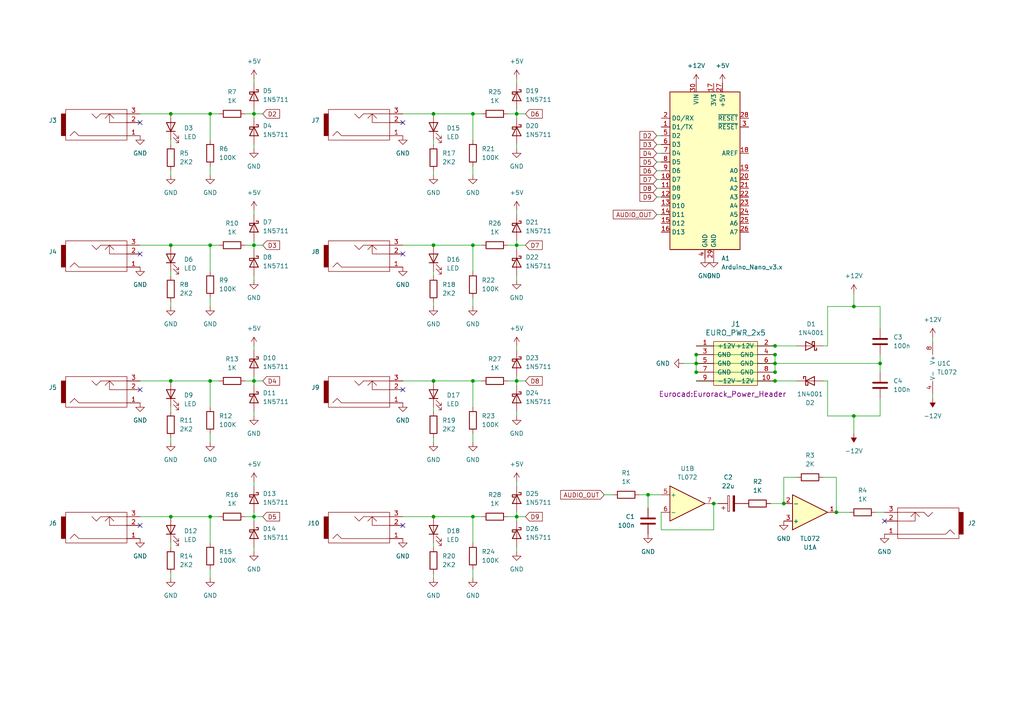
<source format=kicad_sch>
(kicad_sch (version 20230121) (generator eeschema)
  (paper "A4")
  (lib_symbols
    (symbol "Amplifier_Operational:TL072" (pin_names (offset 0.127))
      (property "Reference" "U" (at 0 5.08 0))
      (property "Value" "TL072" (at 0 -5.08 0))
      (symbol "TL072_1_1"
        (polyline (pts (xy -5.08 5.08) (xy 5.08 0) (xy -5.08 -5.08) (xy -5.08 5.08)) (stroke (width 0.254)) (fill (type background)))
        (pin output line (at 7.62 0 180) (length 2.54) (name "~") (number "1"))
        (pin input line (at -7.62 -2.54 0) (length 2.54) (name "-") (number "2"))
        (pin input line (at -7.62 2.54 0) (length 2.54) (name "+") (number "3"))
      )
      (symbol "TL072_2_1"
        (polyline (pts (xy -5.08 5.08) (xy 5.08 0) (xy -5.08 -5.08) (xy -5.08 5.08)) (stroke (width 0.254)) (fill (type background)))
        (pin input line (at -7.62 2.54 0) (length 2.54) (name "+") (number "5"))
        (pin input line (at -7.62 -2.54 0) (length 2.54) (name "-") (number "6"))
        (pin output line (at 7.62 0 180) (length 2.54) (name "~") (number "7"))
      )
      (symbol "TL072_3_1"
        (pin power_in line (at -2.54 -7.62 90) (length 3.81) (name "V-") (number "4"))
        (pin power_in line (at -2.54 7.62 270) (length 3.81) (name "V+") (number "8"))
      )
    )
    (symbol "Device:C" (pin_numbers hide) (pin_names (offset 0.254))
      (property "Reference" "C" (at 0.635 2.54 0))
      (property "Value" "C" (at 0.635 -2.54 0))
      (symbol "C_0_1"
        (polyline (pts (xy -2.032 -0.762) (xy 2.032 -0.762)) (stroke (width 0.508)))
        (polyline (pts (xy -2.032 0.762) (xy 2.032 0.762)) (stroke (width 0.508)))
      )
      (symbol "C_1_1"
        (pin passive line (at 0 3.81 270) (length 2.794) (name "~") (number "1"))
        (pin passive line (at 0 -3.81 90) (length 2.794) (name "~") (number "2"))
      )
    )
    (symbol "Device:C_Polarized" (pin_numbers hide) (pin_names (offset 0.254))
      (property "Reference" "C" (at 0.635 2.54 0))
      (property "Value" "C_Polarized" (at 0.635 -2.54 0))
      (symbol "C_Polarized_0_1"
        (rectangle (start -2.286 0.508) (end 2.286 1.016))
        (polyline (pts (xy -1.778 2.286) (xy -0.762 2.286)))
        (polyline (pts (xy -1.27 2.794) (xy -1.27 1.778)))
        (rectangle (start 2.286 -0.508) (end -2.286 -1.016) (fill (type outline)))
      )
      (symbol "C_Polarized_1_1"
        (pin passive line (at 0 3.81 270) (length 2.794) (name "~") (number "1"))
        (pin passive line (at 0 -3.81 90) (length 2.794) (name "~") (number "2"))
      )
    )
    (symbol "Device:LED" (pin_numbers hide) (pin_names (offset 1.016) hide)
      (property "Reference" "D" (at 0 2.54 0))
      (property "Value" "LED" (at 0 -2.54 0))
      (symbol "LED_0_1"
        (polyline (pts (xy -1.27 -1.27) (xy -1.27 1.27)) (stroke (width 0.254)))
        (polyline (pts (xy -1.27 0) (xy 1.27 0)))
        (polyline (pts (xy 1.27 -1.27) (xy 1.27 1.27) (xy -1.27 0) (xy 1.27 -1.27)) (stroke (width 0.254)))
        (polyline (pts (xy -3.048 -0.762) (xy -4.572 -2.286) (xy -3.81 -2.286) (xy -4.572 -2.286) (xy -4.572 -1.524)))
        (polyline (pts (xy -1.778 -0.762) (xy -3.302 -2.286) (xy -2.54 -2.286) (xy -3.302 -2.286) (xy -3.302 -1.524)))
      )
      (symbol "LED_1_1"
        (pin passive line (at -3.81 0 0) (length 2.54) (name "K") (number "1"))
        (pin passive line (at 3.81 0 180) (length 2.54) (name "A") (number "2"))
      )
    )
    (symbol "Device:R" (pin_numbers hide) (pin_names (offset 0))
      (property "Reference" "R" (at 2.032 0 90))
      (property "Value" "R" (at 0 0 90))
      (symbol "R_0_1"
        (rectangle (start -1.016 -2.54) (end 1.016 2.54) (stroke (width 0.254)))
      )
      (symbol "R_1_1"
        (pin passive line (at 0 3.81 270) (length 1.27) (name "~") (number "1"))
        (pin passive line (at 0 -3.81 90) (length 1.27) (name "~") (number "2"))
      )
    )
    (symbol "Diode:1N5819" (pin_numbers hide) (pin_names (offset 1.016) hide)
      (property "Reference" "D" (at 0 2.54 0))
      (property "Value" "1N5819" (at 0 -2.54 0))
      (symbol "1N5819_0_1"
        (polyline (pts (xy 1.27 0) (xy -1.27 0)))
        (polyline (pts (xy 1.27 1.27) (xy 1.27 -1.27) (xy -1.27 0) (xy 1.27 1.27)) (stroke (width 0.254)))
        (polyline (pts (xy -1.905 0.635) (xy -1.905 1.27) (xy -1.27 1.27) (xy -1.27 -1.27) (xy -0.635 -1.27) (xy -0.635 -0.635)) (stroke (width 0.254)))
      )
      (symbol "1N5819_1_1"
        (pin passive line (at -3.81 0 0) (length 2.54) (name "K") (number "1"))
        (pin passive line (at 3.81 0 180) (length 2.54) (name "A") (number "2"))
      )
    )
    (symbol "MCU_Module:Arduino_Nano_v3.x"
      (property "Reference" "A" (at -10.16 23.495 0))
      (property "Value" "Arduino_Nano_v3.x" (at 5.08 -24.13 0))
      (symbol "Arduino_Nano_v3.x_0_1"
        (rectangle (start -10.16 22.86) (end 10.16 -22.86) (stroke (width 0.254)) (fill (type background)))
      )
      (symbol "Arduino_Nano_v3.x_1_1"
        (pin bidirectional line (at -12.7 12.7 0) (length 2.54) (name "D1/TX") (number "1"))
        (pin bidirectional line (at -12.7 -2.54 0) (length 2.54) (name "D7") (number "10"))
        (pin bidirectional line (at -12.7 -5.08 0) (length 2.54) (name "D8") (number "11"))
        (pin bidirectional line (at -12.7 -7.62 0) (length 2.54) (name "D9") (number "12"))
        (pin bidirectional line (at -12.7 -10.16 0) (length 2.54) (name "D10") (number "13"))
        (pin bidirectional line (at -12.7 -12.7 0) (length 2.54) (name "D11") (number "14"))
        (pin bidirectional line (at -12.7 -15.24 0) (length 2.54) (name "D12") (number "15"))
        (pin bidirectional line (at -12.7 -17.78 0) (length 2.54) (name "D13") (number "16"))
        (pin power_out line (at 2.54 25.4 270) (length 2.54) (name "3V3") (number "17"))
        (pin input line (at 12.7 5.08 180) (length 2.54) (name "AREF") (number "18"))
        (pin bidirectional line (at 12.7 0 180) (length 2.54) (name "A0") (number "19"))
        (pin bidirectional line (at -12.7 15.24 0) (length 2.54) (name "D0/RX") (number "2"))
        (pin bidirectional line (at 12.7 -2.54 180) (length 2.54) (name "A1") (number "20"))
        (pin bidirectional line (at 12.7 -5.08 180) (length 2.54) (name "A2") (number "21"))
        (pin bidirectional line (at 12.7 -7.62 180) (length 2.54) (name "A3") (number "22"))
        (pin bidirectional line (at 12.7 -10.16 180) (length 2.54) (name "A4") (number "23"))
        (pin bidirectional line (at 12.7 -12.7 180) (length 2.54) (name "A5") (number "24"))
        (pin bidirectional line (at 12.7 -15.24 180) (length 2.54) (name "A6") (number "25"))
        (pin bidirectional line (at 12.7 -17.78 180) (length 2.54) (name "A7") (number "26"))
        (pin power_out line (at 5.08 25.4 270) (length 2.54) (name "+5V") (number "27"))
        (pin input line (at 12.7 15.24 180) (length 2.54) (name "~{RESET}") (number "28"))
        (pin power_in line (at 2.54 -25.4 90) (length 2.54) (name "GND") (number "29"))
        (pin input line (at 12.7 12.7 180) (length 2.54) (name "~{RESET}") (number "3"))
        (pin power_in line (at -2.54 25.4 270) (length 2.54) (name "VIN") (number "30"))
        (pin power_in line (at 0 -25.4 90) (length 2.54) (name "GND") (number "4"))
        (pin bidirectional line (at -12.7 10.16 0) (length 2.54) (name "D2") (number "5"))
        (pin bidirectional line (at -12.7 7.62 0) (length 2.54) (name "D3") (number "6"))
        (pin bidirectional line (at -12.7 5.08 0) (length 2.54) (name "D4") (number "7"))
        (pin bidirectional line (at -12.7 2.54 0) (length 2.54) (name "D5") (number "8"))
        (pin bidirectional line (at -12.7 0 0) (length 2.54) (name "D6") (number "9"))
      )
    )
    (symbol "eurocad:EURO_PWR_2x5" (pin_names (offset 1.016))
      (property "Reference" "J" (at 0 -7.62 0))
      (property "Value" "EURO_PWR_2x5" (at 0 7.62 0))
      (symbol "EURO_PWR_2x5_0_1"
        (rectangle (start -6.35 6.35) (end 6.35 -6.35) (fill (type background)))
      )
      (symbol "EURO_PWR_2x5_1_1"
        (pin power_in line (at -11.43 5.08 0) (length 5.08) (name "+12V") (number "1"))
        (pin power_in line (at 11.43 -5.08 180) (length 5.08) (name "-12V") (number "10"))
        (pin power_in line (at 11.43 5.08 180) (length 5.08) (name "+12V") (number "2"))
        (pin power_in line (at -11.43 2.54 0) (length 5.08) (name "GND") (number "3"))
        (pin power_in line (at 11.43 2.54 180) (length 5.08) (name "GND") (number "4"))
        (pin power_in line (at -11.43 0 0) (length 5.08) (name "GND") (number "5"))
        (pin power_in line (at 11.43 0 180) (length 5.08) (name "GND") (number "6"))
        (pin power_in line (at -11.43 -2.54 0) (length 5.08) (name "GND") (number "7"))
        (pin power_in line (at 11.43 -2.54 180) (length 5.08) (name "GND") (number "8"))
        (pin power_in line (at -11.43 -5.08 0) (length 5.08) (name "-12V") (number "9"))
      )
    )
    (symbol "eurocad:PJ301M-12" (pin_names (offset 1.016))
      (property "Reference" "J" (at -8.89 -5.08 0))
      (property "Value" "PJ301M-12" (at -3.81 6.35 0))
      (symbol "PJ301M-12_0_1"
        (rectangle (start -11.43 3.81) (end -10.16 -2.54) (fill (type outline)))
        (polyline (pts (xy 3.81 0) (xy 7.62 0) (xy 7.62 0)))
        (polyline (pts (xy 0 -2.54) (xy -1.27 -1.27) (xy -2.54 -2.54) (xy -2.54 -2.54)))
        (polyline (pts (xy 0 -2.54) (xy 7.62 -2.54) (xy 7.62 -2.54) (xy 7.62 -2.54)))
        (polyline (pts (xy 1.27 -1.27) (xy 2.54 -2.54) (xy 3.81 -1.27) (xy 3.81 -1.27)))
        (polyline (pts (xy 3.81 0) (xy 2.54 0) (xy 2.54 -2.54) (xy 2.54 -2.54)))
        (polyline (pts (xy 7.62 3.81) (xy -6.35 3.81) (xy -7.62 2.54) (xy -8.89 3.81) (xy -8.89 3.81)))
        (rectangle (start 7.62 -3.81) (end -10.16 5.08))
      )
      (symbol "PJ301M-12_1_1"
        (pin passive line (at 11.43 3.81 180) (length 3.81) (name "~") (number "1"))
        (pin passive line (at 11.43 0 180) (length 3.81) (name "~") (number "2"))
        (pin passive line (at 11.43 -2.54 180) (length 3.81) (name "~") (number "3"))
      )
    )
    (symbol "power:+12V" (power) (pin_names (offset 0))
      (property "Value" "+12V" (at 0 3.556 0))
      (symbol "+12V_0_1"
        (polyline (pts (xy -0.762 1.27) (xy 0 2.54)))
        (polyline (pts (xy 0 0) (xy 0 2.54)))
        (polyline (pts (xy 0 2.54) (xy 0.762 1.27)))
      )
      (symbol "+12V_1_1"
        (pin power_in line (at 0 0 90) (length 0) hide (name "+12V") (number "1"))
      )
    )
    (symbol "power:+5V" (power) (pin_names (offset 0))
      (property "Value" "+5V" (at 0 3.556 0))
      (symbol "+5V_0_1"
        (polyline (pts (xy -0.762 1.27) (xy 0 2.54)))
        (polyline (pts (xy 0 0) (xy 0 2.54)))
        (polyline (pts (xy 0 2.54) (xy 0.762 1.27)))
      )
      (symbol "+5V_1_1"
        (pin power_in line (at 0 0 90) (length 0) hide (name "+5V") (number "1"))
      )
    )
    (symbol "power:-12V" (power) (pin_names (offset 0))
      (property "Value" "-12V" (at 0 3.81 0))
      (symbol "-12V_0_0"
        (pin power_in line (at 0 0 90) (length 0) hide (name "-12V") (number "1"))
      )
      (symbol "-12V_0_1"
        (polyline (pts (xy 0 0) (xy 0 1.27) (xy 0.762 1.27) (xy 0 2.54) (xy -0.762 1.27) (xy 0 1.27)) (fill (type outline)))
      )
    )
    (symbol "power:GND" (power) (pin_names (offset 0))
      (property "Value" "GND" (at 0 -3.81 0))
      (symbol "GND_0_1"
        (polyline (pts (xy 0 0) (xy 0 -1.27) (xy 1.27 -1.27) (xy 0 -2.54) (xy -1.27 -1.27) (xy 0 -1.27)))
      )
      (symbol "GND_1_1"
        (pin power_in line (at 0 0 270) (length 0) hide (name "GND") (number "1"))
      )
    )
  )
  (junction (at 60.96 71.12))
  (junction (at 125.73 33.02))
  (junction (at 73.66 71.12))
  (junction (at 149.86 71.12))
  (junction (at 73.66 110.49))
  (junction (at 137.16 71.12))
  (junction (at 49.53 149.86))
  (junction (at 149.86 149.86))
  (junction (at 125.73 110.49))
  (junction (at 73.66 33.02))
  (junction (at 137.16 33.02))
  (junction (at 201.93 102.87))
  (junction (at 49.53 71.12))
  (junction (at 207.01 146.05))
  (junction (at 49.53 110.49))
  (junction (at 224.79 100.33))
  (junction (at 227.33 146.05))
  (junction (at 125.73 71.12))
  (junction (at 224.79 107.95))
  (junction (at 242.57 148.59))
  (junction (at 224.79 110.49))
  (junction (at 149.86 33.02))
  (junction (at 137.16 149.86))
  (junction (at 60.96 33.02))
  (junction (at 49.53 33.02))
  (junction (at 224.79 105.41))
  (junction (at 247.65 88.9))
  (junction (at 255.27 105.41))
  (junction (at 137.16 110.49))
  (junction (at 201.93 107.95))
  (junction (at 149.86 110.49))
  (junction (at 187.96 143.51))
  (junction (at 73.66 149.86))
  (junction (at 224.79 102.87))
  (junction (at 125.73 149.86))
  (junction (at 201.93 105.41))
  (junction (at 60.96 149.86))
  (junction (at 60.96 110.49))
  (junction (at 247.65 120.65))
  (no_connect (at 256.54 151.13))
  (no_connect (at 116.84 35.56))
  (no_connect (at 40.64 35.56))
  (no_connect (at 40.64 152.4))
  (no_connect (at 116.84 113.03))
  (no_connect (at 40.64 113.03))
  (no_connect (at 116.84 73.66))
  (no_connect (at 40.64 73.66))
  (no_connect (at 116.84 152.4))
  (wire (pts (xy 49.53 158.75) (xy 49.53 157.48)))
  (wire (pts (xy 227.33 146.05) (xy 223.52 146.05)))
  (wire (pts (xy 73.66 151.13) (xy 73.66 149.86)))
  (wire (pts (xy 190.5 54.61) (xy 191.77 54.61)))
  (wire (pts (xy 49.53 87.63) (xy 49.53 88.9)))
  (wire (pts (xy 63.5 110.49) (xy 60.96 110.49)))
  (wire (pts (xy 73.66 69.85) (xy 73.66 71.12)))
  (wire (pts (xy 149.86 72.39) (xy 149.86 71.12)))
  (wire (pts (xy 73.66 33.02) (xy 71.12 33.02)))
  (wire (pts (xy 73.66 111.76) (xy 73.66 110.49)))
  (wire (pts (xy 201.93 100.33) (xy 224.79 100.33)))
  (wire (pts (xy 137.16 71.12) (xy 125.73 71.12)))
  (wire (pts (xy 224.79 105.41) (xy 224.79 107.95)))
  (wire (pts (xy 149.86 71.12) (xy 147.32 71.12)))
  (wire (pts (xy 242.57 148.59) (xy 242.57 138.43)))
  (wire (pts (xy 137.16 110.49) (xy 137.16 118.11)))
  (wire (pts (xy 60.96 71.12) (xy 60.96 78.74)))
  (wire (pts (xy 137.16 86.36) (xy 137.16 88.9)))
  (wire (pts (xy 190.5 62.23) (xy 191.77 62.23)))
  (wire (pts (xy 247.65 120.65) (xy 247.65 125.73)))
  (wire (pts (xy 149.86 120.65) (xy 149.86 119.38)))
  (wire (pts (xy 73.66 72.39) (xy 73.66 71.12)))
  (wire (pts (xy 240.03 120.65) (xy 240.03 110.49)))
  (wire (pts (xy 60.96 165.1) (xy 60.96 167.64)))
  (wire (pts (xy 137.16 33.02) (xy 125.73 33.02)))
  (wire (pts (xy 240.03 100.33) (xy 240.03 88.9)))
  (wire (pts (xy 125.73 87.63) (xy 125.73 88.9)))
  (wire (pts (xy 63.5 71.12) (xy 60.96 71.12)))
  (wire (pts (xy 149.86 160.02) (xy 149.86 158.75)))
  (wire (pts (xy 224.79 102.87) (xy 224.79 105.41)))
  (wire (pts (xy 73.66 149.86) (xy 71.12 149.86)))
  (wire (pts (xy 73.66 43.18) (xy 73.66 41.91)))
  (wire (pts (xy 224.79 100.33) (xy 231.14 100.33)))
  (wire (pts (xy 149.86 33.02) (xy 147.32 33.02)))
  (wire (pts (xy 125.73 49.53) (xy 125.73 50.8)))
  (wire (pts (xy 190.5 57.15) (xy 191.77 57.15)))
  (wire (pts (xy 190.5 41.91) (xy 191.77 41.91)))
  (wire (pts (xy 60.96 86.36) (xy 60.96 88.9)))
  (wire (pts (xy 240.03 88.9) (xy 247.65 88.9)))
  (wire (pts (xy 149.86 111.76) (xy 149.86 110.49)))
  (wire (pts (xy 73.66 31.75) (xy 73.66 33.02)))
  (wire (pts (xy 149.86 148.59) (xy 149.86 149.86)))
  (wire (pts (xy 255.27 120.65) (xy 247.65 120.65)))
  (wire (pts (xy 149.86 43.18) (xy 149.86 41.91)))
  (wire (pts (xy 73.66 110.49) (xy 71.12 110.49)))
  (wire (pts (xy 73.66 60.96) (xy 73.66 62.23)))
  (wire (pts (xy 73.66 139.7) (xy 73.66 140.97)))
  (wire (pts (xy 116.84 33.02) (xy 125.73 33.02)))
  (wire (pts (xy 255.27 115.57) (xy 255.27 120.65)))
  (wire (pts (xy 255.27 105.41) (xy 255.27 102.87)))
  (wire (pts (xy 190.5 39.37) (xy 191.77 39.37)))
  (wire (pts (xy 149.86 151.13) (xy 149.86 149.86)))
  (wire (pts (xy 73.66 33.02) (xy 76.2 33.02)))
  (wire (pts (xy 255.27 88.9) (xy 255.27 95.25)))
  (wire (pts (xy 149.86 69.85) (xy 149.86 71.12)))
  (wire (pts (xy 63.5 33.02) (xy 60.96 33.02)))
  (wire (pts (xy 60.96 149.86) (xy 60.96 157.48)))
  (wire (pts (xy 149.86 33.02) (xy 152.4 33.02)))
  (wire (pts (xy 125.73 119.38) (xy 125.73 118.11)))
  (wire (pts (xy 73.66 120.65) (xy 73.66 119.38)))
  (wire (pts (xy 247.65 88.9) (xy 255.27 88.9)))
  (wire (pts (xy 137.16 125.73) (xy 137.16 128.27)))
  (wire (pts (xy 49.53 41.91) (xy 49.53 40.64)))
  (wire (pts (xy 201.93 102.87) (xy 201.93 105.41)))
  (wire (pts (xy 139.7 110.49) (xy 137.16 110.49)))
  (wire (pts (xy 207.01 153.67) (xy 207.01 146.05)))
  (wire (pts (xy 149.86 139.7) (xy 149.86 140.97)))
  (wire (pts (xy 256.54 148.59) (xy 254 148.59)))
  (wire (pts (xy 201.93 110.49) (xy 224.79 110.49)))
  (wire (pts (xy 149.86 149.86) (xy 152.4 149.86)))
  (wire (pts (xy 73.66 71.12) (xy 71.12 71.12)))
  (wire (pts (xy 73.66 110.49) (xy 76.2 110.49)))
  (wire (pts (xy 190.5 49.53) (xy 191.77 49.53)))
  (wire (pts (xy 73.66 109.22) (xy 73.66 110.49)))
  (wire (pts (xy 73.66 34.29) (xy 73.66 33.02)))
  (wire (pts (xy 242.57 138.43) (xy 238.76 138.43)))
  (wire (pts (xy 149.86 31.75) (xy 149.86 33.02)))
  (wire (pts (xy 247.65 120.65) (xy 240.03 120.65)))
  (wire (pts (xy 149.86 110.49) (xy 152.4 110.49)))
  (wire (pts (xy 198.12 105.41) (xy 201.93 105.41)))
  (wire (pts (xy 49.53 166.37) (xy 49.53 167.64)))
  (wire (pts (xy 137.16 71.12) (xy 137.16 78.74)))
  (wire (pts (xy 137.16 110.49) (xy 125.73 110.49)))
  (wire (pts (xy 270.51 97.79) (xy 270.51 99.06)))
  (wire (pts (xy 187.96 147.32) (xy 187.96 143.51)))
  (wire (pts (xy 191.77 148.59) (xy 191.77 153.67)))
  (wire (pts (xy 224.79 110.49) (xy 231.14 110.49)))
  (wire (pts (xy 40.64 33.02) (xy 49.53 33.02)))
  (wire (pts (xy 139.7 149.86) (xy 137.16 149.86)))
  (wire (pts (xy 187.96 143.51) (xy 191.77 143.51)))
  (wire (pts (xy 201.93 102.87) (xy 224.79 102.87)))
  (wire (pts (xy 60.96 48.26) (xy 60.96 50.8)))
  (wire (pts (xy 270.51 115.57) (xy 270.51 114.3)))
  (wire (pts (xy 73.66 160.02) (xy 73.66 158.75)))
  (wire (pts (xy 49.53 80.01) (xy 49.53 78.74)))
  (wire (pts (xy 116.84 71.12) (xy 125.73 71.12)))
  (wire (pts (xy 149.86 110.49) (xy 147.32 110.49)))
  (wire (pts (xy 190.5 44.45) (xy 191.77 44.45)))
  (wire (pts (xy 149.86 81.28) (xy 149.86 80.01)))
  (wire (pts (xy 49.53 127) (xy 49.53 128.27)))
  (wire (pts (xy 49.53 49.53) (xy 49.53 50.8)))
  (wire (pts (xy 201.93 105.41) (xy 224.79 105.41)))
  (wire (pts (xy 73.66 148.59) (xy 73.66 149.86)))
  (wire (pts (xy 60.96 149.86) (xy 49.53 149.86)))
  (wire (pts (xy 137.16 149.86) (xy 137.16 157.48)))
  (wire (pts (xy 60.96 33.02) (xy 60.96 40.64)))
  (wire (pts (xy 139.7 33.02) (xy 137.16 33.02)))
  (wire (pts (xy 191.77 153.67) (xy 207.01 153.67)))
  (wire (pts (xy 116.84 149.86) (xy 125.73 149.86)))
  (wire (pts (xy 137.16 48.26) (xy 137.16 50.8)))
  (wire (pts (xy 73.66 149.86) (xy 76.2 149.86)))
  (wire (pts (xy 49.53 119.38) (xy 49.53 118.11)))
  (wire (pts (xy 201.93 107.95) (xy 224.79 107.95)))
  (wire (pts (xy 149.86 109.22) (xy 149.86 110.49)))
  (wire (pts (xy 201.93 105.41) (xy 201.93 107.95)))
  (wire (pts (xy 125.73 158.75) (xy 125.73 157.48)))
  (wire (pts (xy 190.5 52.07) (xy 191.77 52.07)))
  (wire (pts (xy 40.64 110.49) (xy 49.53 110.49)))
  (wire (pts (xy 60.96 71.12) (xy 49.53 71.12)))
  (wire (pts (xy 149.86 149.86) (xy 147.32 149.86)))
  (wire (pts (xy 125.73 80.01) (xy 125.73 78.74)))
  (wire (pts (xy 40.64 149.86) (xy 49.53 149.86)))
  (wire (pts (xy 185.42 143.51) (xy 187.96 143.51)))
  (wire (pts (xy 40.64 71.12) (xy 49.53 71.12)))
  (wire (pts (xy 238.76 100.33) (xy 240.03 100.33)))
  (wire (pts (xy 238.76 110.49) (xy 240.03 110.49)))
  (wire (pts (xy 60.96 125.73) (xy 60.96 128.27)))
  (wire (pts (xy 125.73 127) (xy 125.73 128.27)))
  (wire (pts (xy 137.16 149.86) (xy 125.73 149.86)))
  (wire (pts (xy 227.33 138.43) (xy 227.33 146.05)))
  (wire (pts (xy 137.16 165.1) (xy 137.16 167.64)))
  (wire (pts (xy 60.96 110.49) (xy 60.96 118.11)))
  (wire (pts (xy 125.73 41.91) (xy 125.73 40.64)))
  (wire (pts (xy 60.96 33.02) (xy 49.53 33.02)))
  (wire (pts (xy 246.38 148.59) (xy 242.57 148.59)))
  (wire (pts (xy 149.86 34.29) (xy 149.86 33.02)))
  (wire (pts (xy 224.79 105.41) (xy 255.27 105.41)))
  (wire (pts (xy 73.66 71.12) (xy 76.2 71.12)))
  (wire (pts (xy 208.28 146.05) (xy 207.01 146.05)))
  (wire (pts (xy 149.86 60.96) (xy 149.86 62.23)))
  (wire (pts (xy 63.5 149.86) (xy 60.96 149.86)))
  (wire (pts (xy 149.86 22.86) (xy 149.86 24.13)))
  (wire (pts (xy 231.14 138.43) (xy 227.33 138.43)))
  (wire (pts (xy 175.26 143.51) (xy 177.8 143.51)))
  (wire (pts (xy 149.86 100.33) (xy 149.86 101.6)))
  (wire (pts (xy 116.84 110.49) (xy 125.73 110.49)))
  (wire (pts (xy 137.16 33.02) (xy 137.16 40.64)))
  (wire (pts (xy 247.65 85.09) (xy 247.65 88.9)))
  (wire (pts (xy 149.86 71.12) (xy 152.4 71.12)))
  (wire (pts (xy 73.66 81.28) (xy 73.66 80.01)))
  (wire (pts (xy 125.73 166.37) (xy 125.73 167.64)))
  (wire (pts (xy 73.66 22.86) (xy 73.66 24.13)))
  (wire (pts (xy 255.27 105.41) (xy 255.27 107.95)))
  (wire (pts (xy 139.7 71.12) (xy 137.16 71.12)))
  (wire (pts (xy 190.5 46.99) (xy 191.77 46.99)))
  (wire (pts (xy 73.66 100.33) (xy 73.66 101.6)))
  (wire (pts (xy 60.96 110.49) (xy 49.53 110.49)))
  (global_label "D5" (shape input) (at 190.5 46.99 180) (property "Intersheetrefs" "${INTERSHEET_REFS}" (effects hide)))
  (global_label "AUDIO_OUT" (shape input) (at 175.26 143.51 180) (property "Intersheetrefs" "${INTERSHEET_REFS}" (effects hide)))
  (global_label "D3" (shape input) (at 76.2 71.12 0) (property "Intersheetrefs" "${INTERSHEET_REFS}" (effects hide)))
  (global_label "AUDIO_OUT" (shape input) (at 190.5 62.23 180) (property "Intersheetrefs" "${INTERSHEET_REFS}" (effects hide)))
  (global_label "D4" (shape input) (at 76.2 110.49 0) (property "Intersheetrefs" "${INTERSHEET_REFS}" (effects hide)))
  (global_label "D9" (shape input) (at 190.5 57.15 180) (property "Intersheetrefs" "${INTERSHEET_REFS}" (effects hide)))
  (global_label "D7" (shape input) (at 190.5 52.07 180) (property "Intersheetrefs" "${INTERSHEET_REFS}" (effects hide)))
  (global_label "D4" (shape input) (at 190.5 44.45 180) (property "Intersheetrefs" "${INTERSHEET_REFS}" (effects hide)))
  (global_label "D8" (shape input) (at 152.4 110.49 0) (property "Intersheetrefs" "${INTERSHEET_REFS}" (effects hide)))
  (global_label "D6" (shape input) (at 152.4 33.02 0) (property "Intersheetrefs" "${INTERSHEET_REFS}" (effects hide)))
  (global_label "D6" (shape input) (at 190.5 49.53 180) (property "Intersheetrefs" "${INTERSHEET_REFS}" (effects hide)))
  (global_label "D7" (shape input) (at 152.4 71.12 0) (property "Intersheetrefs" "${INTERSHEET_REFS}" (effects hide)))
  (global_label "D3" (shape input) (at 190.5 41.91 180) (property "Intersheetrefs" "${INTERSHEET_REFS}" (effects hide)))
  (global_label "D2" (shape input) (at 76.2 33.02 0) (property "Intersheetrefs" "${INTERSHEET_REFS}" (effects hide)))
  (global_label "D8" (shape input) (at 190.5 54.61 180) (property "Intersheetrefs" "${INTERSHEET_REFS}" (effects hide)))
  (global_label "D9" (shape input) (at 152.4 149.86 0) (property "Intersheetrefs" "${INTERSHEET_REFS}" (effects hide)))
  (global_label "D5" (shape input) (at 76.2 149.86 0) (property "Intersheetrefs" "${INTERSHEET_REFS}" (effects hide)))
  (global_label "D2" (shape input) (at 190.5 39.37 180) (property "Intersheetrefs" "${INTERSHEET_REFS}" (effects hide)))
  (symbol (lib_id "eurocad:PJ301M-12") (at 29.21 152.4 0) (mirror x) (unit 1)
    (property "Reference" "J6" (at 16.51 151.765 0) (effects (justify right)))
    (property "Value" "PJ301M-12" (effects hide))
    (property "Footprint" "Eurocad:PJ301M-12" (effects hide))
  )
  (symbol (lib_id "power:GND") (at 137.16 128.27 0) (mirror y) (unit 1)
    (property "Reference" "#PWR043" (effects hide))
    (property "Value" "GND" (at 137.16 133.35 0))
  )
  (symbol (lib_id "Diode:1N5819") (at 149.86 76.2 270) (unit 1)
    (property "Reference" "D22" (at 152.4 74.6125 90) (effects (justify left)))
    (property "Value" "1N5711" (at 152.4 77.1525 90) (effects (justify left)))
    (property "Footprint" "Diode_THT:D_DO-41_SOD81_P10.16mm_Horizontal" (effects hide))
  )
  (symbol (lib_id "power:+5V") (at 73.66 22.86 0) (unit 1)
    (property "Reference" "#PWR017" (effects hide))
    (property "Value" "+5V" (at 73.66 17.78 0))
  )
  (symbol (lib_id "MCU_Module:Arduino_Nano_v3.x") (at 204.47 49.53 0) (unit 1)
    (property "Reference" "A1" (at 209.2041 74.93 0) (effects (justify left)))
    (property "Value" "Arduino_Nano_v3.x" (at 209.2041 77.47 0) (effects (justify left)))
    (property "Footprint" "Module:Arduino_Nano" (effects hide))
    (property "Datasheet" "http://www.mouser.com/pdfdocs/Gravitech_Arduino_Nano3_0.pdf" (effects hide))
  )
  (symbol (lib_id "power:GND") (at 198.12 105.41 270) (unit 1)
    (property "Reference" "#PWR01" (effects hide))
    (property "Value" "GND" (at 194.31 105.4099 90) (effects (justify right)))
  )
  (symbol (lib_id "Device:R") (at 49.53 162.56 180) (unit 1)
    (property "Reference" "R14" (at 52.07 161.29 0) (effects (justify right)))
    (property "Value" "2K2" (at 52.07 163.83 0) (effects (justify right)))
    (property "Footprint" "Resistor_THT:R_Axial_DIN0207_L6.3mm_D2.5mm_P7.62mm_Horizontal" (effects hide))
  )
  (symbol (lib_id "Device:R") (at 143.51 149.86 270) (unit 1)
    (property "Reference" "R28" (at 143.51 143.51 90))
    (property "Value" "1K" (at 143.51 146.05 90))
    (property "Footprint" "Resistor_THT:R_Axial_DIN0207_L6.3mm_D2.5mm_P7.62mm_Horizontal" (effects hide))
  )
  (symbol (lib_id "Diode:1N5819") (at 73.66 66.04 270) (unit 1)
    (property "Reference" "D7" (at 76.2 64.4525 90) (effects (justify left)))
    (property "Value" "1N5711" (at 76.2 66.9925 90) (effects (justify left)))
    (property "Footprint" "Diode_THT:D_DO-41_SOD81_P10.16mm_Horizontal" (effects hide))
  )
  (symbol (lib_id "Device:R") (at 137.16 82.55 180) (unit 1)
    (property "Reference" "R22" (at 139.7 81.28 0) (effects (justify right)))
    (property "Value" "100K" (at 139.7 83.82 0) (effects (justify right)))
    (property "Footprint" "Resistor_THT:R_Axial_DIN0207_L6.3mm_D2.5mm_P7.62mm_Horizontal" (effects hide))
  )
  (symbol (lib_id "power:GND") (at 40.64 156.21 0) (mirror y) (unit 1)
    (property "Reference" "#PWR028" (effects hide))
    (property "Value" "GND" (at 40.64 161.29 0))
  )
  (symbol (lib_id "power:GND") (at 137.16 88.9 0) (mirror y) (unit 1)
    (property "Reference" "#PWR042" (effects hide))
    (property "Value" "GND" (at 137.16 93.98 0))
  )
  (symbol (lib_id "Device:R") (at 67.31 71.12 270) (unit 1)
    (property "Reference" "R10" (at 67.31 64.77 90))
    (property "Value" "1K" (at 67.31 67.31 90))
    (property "Footprint" "Resistor_THT:R_Axial_DIN0207_L6.3mm_D2.5mm_P7.62mm_Horizontal" (effects hide))
  )
  (symbol (lib_id "power:GND") (at 207.01 74.93 0) (unit 1)
    (property "Reference" "#PWR07" (effects hide))
    (property "Value" "GND" (at 207.01 80.01 0))
  )
  (symbol (lib_id "power:GND") (at 60.96 128.27 0) (mirror y) (unit 1)
    (property "Reference" "#PWR025" (effects hide))
    (property "Value" "GND" (at 60.96 133.35 0))
  )
  (symbol (lib_id "power:+5V") (at 73.66 60.96 0) (unit 1)
    (property "Reference" "#PWR021" (effects hide))
    (property "Value" "+5V" (at 73.66 55.88 0))
  )
  (symbol (lib_id "power:GND") (at 73.66 160.02 0) (mirror y) (unit 1)
    (property "Reference" "#PWR032" (effects hide))
    (property "Value" "GND" (at 73.66 165.1 0))
  )
  (symbol (lib_id "Device:LED") (at 125.73 153.67 90) (unit 1)
    (property "Reference" "D18" (at 129.54 153.9875 90) (effects (justify right)))
    (property "Value" "LED" (at 129.54 156.5275 90) (effects (justify right)))
    (property "Footprint" "LED_THT:LED_D3.0mm" (effects hide))
  )
  (symbol (lib_id "Device:LED") (at 49.53 36.83 90) (unit 1)
    (property "Reference" "D3" (at 53.34 37.1475 90) (effects (justify right)))
    (property "Value" "LED" (at 53.34 39.6875 90) (effects (justify right)))
    (property "Footprint" "LED_THT:LED_D3.0mm" (effects hide))
  )
  (symbol (lib_id "Diode:1N5819") (at 234.95 110.49 0) (unit 1)
    (property "Reference" "D2" (at 234.95 116.84 0))
    (property "Value" "1N4001" (at 234.95 114.3 0))
    (property "Footprint" "Diode_THT:D_DO-41_SOD81_P10.16mm_Horizontal" (effects hide))
  )
  (symbol (lib_id "power:+12V") (at 247.65 85.09 0) (unit 1)
    (property "Reference" "#PWR02" (effects hide))
    (property "Value" "+12V" (at 247.65 80.01 0))
  )
  (symbol (lib_id "power:GND") (at 125.73 128.27 0) (mirror y) (unit 1)
    (property "Reference" "#PWR039" (effects hide))
    (property "Value" "GND" (at 125.73 133.35 0))
  )
  (symbol (lib_id "power:GND") (at 227.33 151.13 0) (unit 1)
    (property "Reference" "#PWR011" (effects hide))
    (property "Value" "GND" (at 227.33 156.21 0))
  )
  (symbol (lib_id "power:+5V") (at 73.66 100.33 0) (unit 1)
    (property "Reference" "#PWR026" (effects hide))
    (property "Value" "+5V" (at 73.66 95.25 0))
  )
  (symbol (lib_id "Device:C") (at 255.27 111.76 0) (unit 1)
    (property "Reference" "C4" (at 259.08 110.4899 0) (effects (justify left)))
    (property "Value" "100n" (at 259.08 113.0299 0) (effects (justify left)))
    (property "Footprint" "Capacitor_THT:C_Rect_L7.2mm_W3.0mm_P5.00mm_FKS2_FKP2_MKS2_MKP2" (effects hide))
  )
  (symbol (lib_id "Device:R") (at 234.95 138.43 90) (unit 1)
    (property "Reference" "R3" (at 234.95 132.08 90))
    (property "Value" "2K" (at 234.95 134.62 90))
    (property "Footprint" "Resistor_THT:R_Axial_DIN0207_L6.3mm_D2.5mm_P7.62mm_Horizontal" (effects hide))
  )
  (symbol (lib_id "power:+5V") (at 149.86 139.7 0) (unit 1)
    (property "Reference" "#PWR051" (effects hide))
    (property "Value" "+5V" (at 149.86 134.62 0))
  )
  (symbol (lib_id "Device:R") (at 60.96 161.29 180) (unit 1)
    (property "Reference" "R15" (at 63.5 160.02 0) (effects (justify right)))
    (property "Value" "100K" (at 63.5 162.56 0) (effects (justify right)))
    (property "Footprint" "Resistor_THT:R_Axial_DIN0207_L6.3mm_D2.5mm_P7.62mm_Horizontal" (effects hide))
  )
  (symbol (lib_id "Device:R") (at 181.61 143.51 90) (unit 1)
    (property "Reference" "R1" (at 181.61 137.16 90))
    (property "Value" "1K" (at 181.61 139.7 90))
    (property "Footprint" "Resistor_THT:R_Axial_DIN0207_L6.3mm_D2.5mm_P7.62mm_Horizontal" (effects hide))
  )
  (symbol (lib_id "Diode:1N5819") (at 149.86 66.04 270) (unit 1)
    (property "Reference" "D21" (at 152.4 64.4525 90) (effects (justify left)))
    (property "Value" "1N5711" (at 152.4 66.9925 90) (effects (justify left)))
    (property "Footprint" "Diode_THT:D_DO-41_SOD81_P10.16mm_Horizontal" (effects hide))
  )
  (symbol (lib_id "power:GND") (at 49.53 50.8 0) (mirror y) (unit 1)
    (property "Reference" "#PWR014" (effects hide))
    (property "Value" "GND" (at 49.53 55.88 0))
  )
  (symbol (lib_id "Device:LED") (at 49.53 114.3 90) (unit 1)
    (property "Reference" "D9" (at 53.34 114.6175 90) (effects (justify right)))
    (property "Value" "LED" (at 53.34 117.1575 90) (effects (justify right)))
    (property "Footprint" "LED_THT:LED_D3.0mm" (effects hide))
  )
  (symbol (lib_id "Device:LED") (at 125.73 114.3 90) (unit 1)
    (property "Reference" "D17" (at 129.54 114.6175 90) (effects (justify right)))
    (property "Value" "LED" (at 129.54 117.1575 90) (effects (justify right)))
    (property "Footprint" "LED_THT:LED_D3.0mm" (effects hide))
  )
  (symbol (lib_id "power:+12V") (at 270.51 97.79 0) (unit 1)
    (property "Reference" "#PWR04" (effects hide))
    (property "Value" "+12V" (at 270.51 92.71 0))
  )
  (symbol (lib_id "Diode:1N5819") (at 73.66 154.94 270) (unit 1)
    (property "Reference" "D14" (at 76.2 153.3525 90) (effects (justify left)))
    (property "Value" "1N5711" (at 76.2 155.8925 90) (effects (justify left)))
    (property "Footprint" "Diode_THT:D_DO-41_SOD81_P10.16mm_Horizontal" (effects hide))
  )
  (symbol (lib_id "Amplifier_Operational:TL072") (at 234.95 148.59 0) (mirror x) (unit 1)
    (property "Reference" "U1" (at 234.95 158.75 0))
    (property "Value" "TL072" (at 234.95 156.21 0))
    (property "Datasheet" "http://www.ti.com/lit/ds/symlink/tl071.pdf" (effects hide))
  )
  (symbol (lib_id "Device:R") (at 143.51 71.12 270) (unit 1)
    (property "Reference" "R26" (at 143.51 64.77 90))
    (property "Value" "1K" (at 143.51 67.31 90))
    (property "Footprint" "Resistor_THT:R_Axial_DIN0207_L6.3mm_D2.5mm_P7.62mm_Horizontal" (effects hide))
  )
  (symbol (lib_id "Device:C_Polarized") (at 212.09 146.05 90) (unit 1)
    (property "Reference" "C2" (at 211.201 138.43 90))
    (property "Value" "22u" (at 211.201 140.97 90))
    (property "Footprint" "Capacitor_THT:CP_Radial_D5.0mm_P2.50mm" (effects hide))
  )
  (symbol (lib_id "Diode:1N5819") (at 149.86 144.78 270) (unit 1)
    (property "Reference" "D25" (at 152.4 143.1925 90) (effects (justify left)))
    (property "Value" "1N5711" (at 152.4 145.7325 90) (effects (justify left)))
    (property "Footprint" "Diode_THT:D_DO-41_SOD81_P10.16mm_Horizontal" (effects hide))
  )
  (symbol (lib_id "Diode:1N5819") (at 73.66 27.94 270) (unit 1)
    (property "Reference" "D5" (at 76.2 26.3525 90) (effects (justify left)))
    (property "Value" "1N5711" (at 76.2 28.8925 90) (effects (justify left)))
    (property "Footprint" "Diode_THT:D_DO-41_SOD81_P10.16mm_Horizontal" (effects hide))
  )
  (symbol (lib_id "Device:R") (at 60.96 121.92 180) (unit 1)
    (property "Reference" "R12" (at 63.5 120.65 0) (effects (justify right)))
    (property "Value" "100K" (at 63.5 123.19 0) (effects (justify right)))
    (property "Footprint" "Resistor_THT:R_Axial_DIN0207_L6.3mm_D2.5mm_P7.62mm_Horizontal" (effects hide))
  )
  (symbol (lib_id "Diode:1N5819") (at 149.86 38.1 270) (unit 1)
    (property "Reference" "D20" (at 152.4 36.5125 90) (effects (justify left)))
    (property "Value" "1N5711" (at 152.4 39.0525 90) (effects (justify left)))
    (property "Footprint" "Diode_THT:D_DO-41_SOD81_P10.16mm_Horizontal" (effects hide))
  )
  (symbol (lib_id "power:GND") (at 60.96 50.8 0) (mirror y) (unit 1)
    (property "Reference" "#PWR015" (effects hide))
    (property "Value" "GND" (at 60.96 55.88 0))
  )
  (symbol (lib_id "power:GND") (at 49.53 167.64 0) (mirror y) (unit 1)
    (property "Reference" "#PWR029" (effects hide))
    (property "Value" "GND" (at 49.53 172.72 0))
  )
  (symbol (lib_id "eurocad:PJ301M-12") (at 105.41 113.03 0) (mirror x) (unit 1)
    (property "Reference" "J9" (at 92.71 112.395 0) (effects (justify right)))
    (property "Value" "PJ301M-12" (effects hide))
    (property "Footprint" "Eurocad:PJ301M-12" (effects hide))
  )
  (symbol (lib_id "power:GND") (at 60.96 167.64 0) (mirror y) (unit 1)
    (property "Reference" "#PWR030" (effects hide))
    (property "Value" "GND" (at 60.96 172.72 0))
  )
  (symbol (lib_id "Diode:1N5819") (at 149.86 27.94 270) (unit 1)
    (property "Reference" "D19" (at 152.4 26.3525 90) (effects (justify left)))
    (property "Value" "1N5711" (at 152.4 28.8925 90) (effects (justify left)))
    (property "Footprint" "Diode_THT:D_DO-41_SOD81_P10.16mm_Horizontal" (effects hide))
  )
  (symbol (lib_id "Device:R") (at 143.51 33.02 270) (unit 1)
    (property "Reference" "R25" (at 143.51 26.67 90))
    (property "Value" "1K" (at 143.51 29.21 90))
    (property "Footprint" "Resistor_THT:R_Axial_DIN0207_L6.3mm_D2.5mm_P7.62mm_Horizontal" (effects hide))
  )
  (symbol (lib_id "power:GND") (at 40.64 77.47 0) (mirror y) (unit 1)
    (property "Reference" "#PWR018" (effects hide))
    (property "Value" "GND" (at 40.64 82.55 0))
  )
  (symbol (lib_id "Device:R") (at 125.73 123.19 180) (unit 1)
    (property "Reference" "R19" (at 128.27 121.92 0) (effects (justify right)))
    (property "Value" "2K2" (at 128.27 124.46 0) (effects (justify right)))
    (property "Footprint" "Resistor_THT:R_Axial_DIN0207_L6.3mm_D2.5mm_P7.62mm_Horizontal" (effects hide))
  )
  (symbol (lib_id "power:GND") (at 116.84 77.47 0) (mirror y) (unit 1)
    (property "Reference" "#PWR034" (effects hide))
    (property "Value" "GND" (at 116.84 82.55 0))
  )
  (symbol (lib_id "Diode:1N5819") (at 73.66 38.1 270) (unit 1)
    (property "Reference" "D4" (at 76.2 36.5125 90) (effects (justify left)))
    (property "Value" "1N5711" (at 76.2 39.0525 90) (effects (justify left)))
    (property "Footprint" "Diode_THT:D_DO-41_SOD81_P10.16mm_Horizontal" (effects hide))
  )
  (symbol (lib_id "power:+12V") (at 201.93 24.13 0) (unit 1)
    (property "Reference" "#PWR09" (effects hide))
    (property "Value" "+12V" (at 201.93 19.05 0))
  )
  (symbol (lib_id "power:GND") (at 137.16 167.64 0) (mirror y) (unit 1)
    (property "Reference" "#PWR044" (effects hide))
    (property "Value" "GND" (at 137.16 172.72 0))
  )
  (symbol (lib_id "eurocad:PJ301M-12") (at 29.21 113.03 0) (mirror x) (unit 1)
    (property "Reference" "J5" (at 16.51 112.395 0) (effects (justify right)))
    (property "Value" "PJ301M-12" (effects hide))
    (property "Footprint" "Eurocad:PJ301M-12" (effects hide))
  )
  (symbol (lib_id "Device:LED") (at 125.73 36.83 90) (unit 1)
    (property "Reference" "D15" (at 129.54 37.1475 90) (effects (justify right)))
    (property "Value" "LED" (at 129.54 39.6875 90) (effects (justify right)))
    (property "Footprint" "LED_THT:LED_D3.0mm" (effects hide))
  )
  (symbol (lib_id "Device:R") (at 137.16 44.45 180) (unit 1)
    (property "Reference" "R21" (at 139.7 43.18 0) (effects (justify right)))
    (property "Value" "100K" (at 139.7 45.72 0) (effects (justify right)))
    (property "Footprint" "Resistor_THT:R_Axial_DIN0207_L6.3mm_D2.5mm_P7.62mm_Horizontal" (effects hide))
  )
  (symbol (lib_id "Device:R") (at 49.53 45.72 180) (unit 1)
    (property "Reference" "R5" (at 52.07 44.45 0) (effects (justify right)))
    (property "Value" "2K2" (at 52.07 46.99 0) (effects (justify right)))
    (property "Footprint" "Resistor_THT:R_Axial_DIN0207_L6.3mm_D2.5mm_P7.62mm_Horizontal" (effects hide))
  )
  (symbol (lib_id "power:GND") (at 40.64 39.37 0) (mirror y) (unit 1)
    (property "Reference" "#PWR013" (effects hide))
    (property "Value" "GND" (at 40.64 44.45 0))
  )
  (symbol (lib_id "power:GND") (at 49.53 128.27 0) (mirror y) (unit 1)
    (property "Reference" "#PWR024" (effects hide))
    (property "Value" "GND" (at 49.53 133.35 0))
  )
  (symbol (lib_id "power:GND") (at 256.54 154.94 0) (unit 1)
    (property "Reference" "#PWR012" (effects hide))
    (property "Value" "GND" (at 256.54 160.02 0))
  )
  (symbol (lib_id "power:GND") (at 137.16 50.8 0) (mirror y) (unit 1)
    (property "Reference" "#PWR041" (effects hide))
    (property "Value" "GND" (at 137.16 55.88 0))
  )
  (symbol (lib_id "power:GND") (at 187.96 154.94 0) (unit 1)
    (property "Reference" "#PWR06" (effects hide))
    (property "Value" "GND" (at 187.96 160.02 0))
  )
  (symbol (lib_id "Device:R") (at 125.73 45.72 180) (unit 1)
    (property "Reference" "R17" (at 128.27 44.45 0) (effects (justify right)))
    (property "Value" "2K2" (at 128.27 46.99 0) (effects (justify right)))
    (property "Footprint" "Resistor_THT:R_Axial_DIN0207_L6.3mm_D2.5mm_P7.62mm_Horizontal" (effects hide))
  )
  (symbol (lib_id "eurocad:PJ301M-12") (at 29.21 35.56 0) (mirror x) (unit 1)
    (property "Reference" "J3" (at 16.51 34.925 0) (effects (justify right)))
    (property "Value" "PJ301M-12" (effects hide))
    (property "Footprint" "Eurocad:PJ301M-12" (effects hide))
  )
  (symbol (lib_id "eurocad:PJ301M-12") (at 105.41 35.56 0) (mirror x) (unit 1)
    (property "Reference" "J7" (at 92.71 34.925 0) (effects (justify right)))
    (property "Value" "PJ301M-12" (effects hide))
    (property "Footprint" "Eurocad:PJ301M-12" (effects hide))
  )
  (symbol (lib_id "Device:R") (at 67.31 33.02 270) (unit 1)
    (property "Reference" "R7" (at 67.31 26.67 90))
    (property "Value" "1K" (at 67.31 29.21 90))
    (property "Footprint" "Resistor_THT:R_Axial_DIN0207_L6.3mm_D2.5mm_P7.62mm_Horizontal" (effects hide))
  )
  (symbol (lib_id "power:GND") (at 125.73 167.64 0) (mirror y) (unit 1)
    (property "Reference" "#PWR040" (effects hide))
    (property "Value" "GND" (at 125.73 172.72 0))
  )
  (symbol (lib_id "power:GND") (at 73.66 120.65 0) (mirror y) (unit 1)
    (property "Reference" "#PWR027" (effects hide))
    (property "Value" "GND" (at 73.66 125.73 0))
  )
  (symbol (lib_id "Device:LED") (at 49.53 74.93 90) (unit 1)
    (property "Reference" "D6" (at 53.34 75.2475 90) (effects (justify right)))
    (property "Value" "LED" (at 53.34 77.7875 90) (effects (justify right)))
    (property "Footprint" "LED_THT:LED_D3.0mm" (effects hide))
  )
  (symbol (lib_id "power:GND") (at 40.64 116.84 0) (mirror y) (unit 1)
    (property "Reference" "#PWR023" (effects hide))
    (property "Value" "GND" (at 40.64 121.92 0))
  )
  (symbol (lib_id "Device:R") (at 125.73 162.56 180) (unit 1)
    (property "Reference" "R20" (at 128.27 161.29 0) (effects (justify right)))
    (property "Value" "2K2" (at 128.27 163.83 0) (effects (justify right)))
    (property "Footprint" "Resistor_THT:R_Axial_DIN0207_L6.3mm_D2.5mm_P7.62mm_Horizontal" (effects hide))
  )
  (symbol (lib_id "power:-12V") (at 270.51 115.57 180) (unit 1)
    (property "Reference" "#PWR05" (effects hide))
    (property "Value" "-12V" (at 270.51 120.65 0))
  )
  (symbol (lib_id "Amplifier_Operational:TL072") (at 199.39 146.05 0) (unit 2)
    (property "Reference" "U1" (at 199.39 135.89 0))
    (property "Value" "TL072" (at 199.39 138.43 0))
    (property "Datasheet" "http://www.ti.com/lit/ds/symlink/tl071.pdf" (effects hide))
  )
  (symbol (lib_id "Device:R") (at 219.71 146.05 90) (unit 1)
    (property "Reference" "R2" (at 219.71 139.7 90))
    (property "Value" "1K" (at 219.71 142.24 90))
    (property "Footprint" "Resistor_THT:R_Axial_DIN0207_L6.3mm_D2.5mm_P7.62mm_Horizontal" (effects hide))
  )
  (symbol (lib_id "power:+5V") (at 209.55 24.13 0) (unit 1)
    (property "Reference" "#PWR010" (effects hide))
    (property "Value" "+5V" (at 209.55 19.05 0))
  )
  (symbol (lib_id "Device:R") (at 250.19 148.59 90) (unit 1)
    (property "Reference" "R4" (at 250.19 142.24 90))
    (property "Value" "1K" (at 250.19 144.78 90))
    (property "Footprint" "Resistor_THT:R_Axial_DIN0207_L6.3mm_D2.5mm_P7.62mm_Horizontal" (effects hide))
  )
  (symbol (lib_id "power:+5V") (at 73.66 139.7 0) (unit 1)
    (property "Reference" "#PWR031" (effects hide))
    (property "Value" "+5V" (at 73.66 134.62 0))
  )
  (symbol (lib_id "Device:C") (at 255.27 99.06 0) (unit 1)
    (property "Reference" "C3" (at 259.08 97.7899 0) (effects (justify left)))
    (property "Value" "100n" (at 259.08 100.3299 0) (effects (justify left)))
    (property "Footprint" "Capacitor_THT:C_Rect_L7.2mm_W3.0mm_P5.00mm_FKS2_FKP2_MKS2_MKP2" (effects hide))
  )
  (symbol (lib_id "power:GND") (at 73.66 81.28 0) (mirror y) (unit 1)
    (property "Reference" "#PWR022" (effects hide))
    (property "Value" "GND" (at 73.66 86.36 0))
  )
  (symbol (lib_id "power:+5V") (at 149.86 100.33 0) (unit 1)
    (property "Reference" "#PWR049" (effects hide))
    (property "Value" "+5V" (at 149.86 95.25 0))
  )
  (symbol (lib_id "Device:R") (at 67.31 110.49 270) (unit 1)
    (property "Reference" "R13" (at 67.31 104.14 90))
    (property "Value" "1K" (at 67.31 106.68 90))
    (property "Footprint" "Resistor_THT:R_Axial_DIN0207_L6.3mm_D2.5mm_P7.62mm_Horizontal" (effects hide))
  )
  (symbol (lib_id "power:GND") (at 204.47 74.93 0) (unit 1)
    (property "Reference" "#PWR08" (effects hide))
    (property "Value" "GND" (at 204.47 80.01 0))
  )
  (symbol (lib_id "Device:LED") (at 49.53 153.67 90) (unit 1)
    (property "Reference" "D12" (at 53.34 153.9875 90) (effects (justify right)))
    (property "Value" "LED" (at 53.34 156.5275 90) (effects (justify right)))
    (property "Footprint" "LED_THT:LED_D3.0mm" (effects hide))
  )
  (symbol (lib_id "Device:R") (at 60.96 44.45 180) (unit 1)
    (property "Reference" "R6" (at 63.5 43.18 0) (effects (justify right)))
    (property "Value" "100K" (at 63.5 45.72 0) (effects (justify right)))
    (property "Footprint" "Resistor_THT:R_Axial_DIN0207_L6.3mm_D2.5mm_P7.62mm_Horizontal" (effects hide))
  )
  (symbol (lib_id "Diode:1N5819") (at 73.66 115.57 270) (unit 1)
    (property "Reference" "D11" (at 76.2 113.9825 90) (effects (justify left)))
    (property "Value" "1N5711" (at 76.2 116.5225 90) (effects (justify left)))
    (property "Footprint" "Diode_THT:D_DO-41_SOD81_P10.16mm_Horizontal" (effects hide))
  )
  (symbol (lib_id "power:GND") (at 60.96 88.9 0) (mirror y) (unit 1)
    (property "Reference" "#PWR020" (effects hide))
    (property "Value" "GND" (at 60.96 93.98 0))
  )
  (symbol (lib_id "Device:R") (at 67.31 149.86 270) (unit 1)
    (property "Reference" "R16" (at 67.31 143.51 90))
    (property "Value" "1K" (at 67.31 146.05 90))
    (property "Footprint" "Resistor_THT:R_Axial_DIN0207_L6.3mm_D2.5mm_P7.62mm_Horizontal" (effects hide))
  )
  (symbol (lib_id "Device:R") (at 125.73 83.82 180) (unit 1)
    (property "Reference" "R18" (at 128.27 82.55 0) (effects (justify right)))
    (property "Value" "2K2" (at 128.27 85.09 0) (effects (justify right)))
    (property "Footprint" "Resistor_THT:R_Axial_DIN0207_L6.3mm_D2.5mm_P7.62mm_Horizontal" (effects hide))
  )
  (symbol (lib_id "eurocad:PJ301M-12") (at 105.41 73.66 0) (mirror x) (unit 1)
    (property "Reference" "J8" (at 92.71 73.025 0) (effects (justify right)))
    (property "Value" "PJ301M-12" (effects hide))
    (property "Footprint" "Eurocad:PJ301M-12" (effects hide))
  )
  (symbol (lib_id "Diode:1N5819") (at 149.86 105.41 270) (unit 1)
    (property "Reference" "D23" (at 152.4 103.8225 90) (effects (justify left)))
    (property "Value" "1N5711" (at 152.4 106.3625 90) (effects (justify left)))
    (property "Footprint" "Diode_THT:D_DO-41_SOD81_P10.16mm_Horizontal" (effects hide))
  )
  (symbol (lib_id "power:+5V") (at 149.86 22.86 0) (unit 1)
    (property "Reference" "#PWR045" (effects hide))
    (property "Value" "+5V" (at 149.86 17.78 0))
  )
  (symbol (lib_id "Diode:1N5819") (at 149.86 154.94 270) (unit 1)
    (property "Reference" "D26" (at 152.4 153.3525 90) (effects (justify left)))
    (property "Value" "1N5711" (at 152.4 155.8925 90) (effects (justify left)))
    (property "Footprint" "Diode_THT:D_DO-41_SOD81_P10.16mm_Horizontal" (effects hide))
  )
  (symbol (lib_id "power:GND") (at 149.86 81.28 0) (mirror y) (unit 1)
    (property "Reference" "#PWR048" (effects hide))
    (property "Value" "GND" (at 149.86 86.36 0))
  )
  (symbol (lib_id "Device:R") (at 60.96 82.55 180) (unit 1)
    (property "Reference" "R9" (at 63.5 81.28 0) (effects (justify right)))
    (property "Value" "100K" (at 63.5 83.82 0) (effects (justify right)))
    (property "Footprint" "Resistor_THT:R_Axial_DIN0207_L6.3mm_D2.5mm_P7.62mm_Horizontal" (effects hide))
  )
  (symbol (lib_id "power:GND") (at 149.86 160.02 0) (mirror y) (unit 1)
    (property "Reference" "#PWR052" (effects hide))
    (property "Value" "GND" (at 149.86 165.1 0))
  )
  (symbol (lib_id "eurocad:PJ301M-12") (at 29.21 73.66 0) (mirror x) (unit 1)
    (property "Reference" "J4" (at 16.51 73.025 0) (effects (justify right)))
    (property "Value" "PJ301M-12" (effects hide))
    (property "Footprint" "Eurocad:PJ301M-12" (effects hide))
  )
  (symbol (lib_id "Diode:1N5819") (at 149.86 115.57 270) (unit 1)
    (property "Reference" "D24" (at 152.4 113.9825 90) (effects (justify left)))
    (property "Value" "1N5711" (at 152.4 116.5225 90) (effects (justify left)))
    (property "Footprint" "Diode_THT:D_DO-41_SOD81_P10.16mm_Horizontal" (effects hide))
  )
  (symbol (lib_id "power:+5V") (at 149.86 60.96 0) (unit 1)
    (property "Reference" "#PWR047" (effects hide))
    (property "Value" "+5V" (at 149.86 55.88 0))
  )
  (symbol (lib_id "eurocad:PJ301M-12") (at 267.97 151.13 180) (unit 1)
    (property "Reference" "J2" (at 280.67 151.765 0) (effects (justify right)))
    (property "Value" "PJ301M-12" (effects hide))
    (property "Footprint" "Eurocad:PJ301M-12" (effects hide))
  )
  (symbol (lib_id "eurocad:PJ301M-12") (at 105.41 152.4 0) (mirror x) (unit 1)
    (property "Reference" "J10" (at 92.71 151.765 0) (effects (justify right)))
    (property "Value" "PJ301M-12" (effects hide))
    (property "Footprint" "Eurocad:PJ301M-12" (effects hide))
  )
  (symbol (lib_id "power:GND") (at 116.84 116.84 0) (mirror y) (unit 1)
    (property "Reference" "#PWR035" (effects hide))
    (property "Value" "GND" (at 116.84 121.92 0))
  )
  (symbol (lib_id "power:GND") (at 49.53 88.9 0) (mirror y) (unit 1)
    (property "Reference" "#PWR019" (effects hide))
    (property "Value" "GND" (at 49.53 93.98 0))
  )
  (symbol (lib_id "power:GND") (at 149.86 43.18 0) (mirror y) (unit 1)
    (property "Reference" "#PWR046" (effects hide))
    (property "Value" "GND" (at 149.86 48.26 0))
  )
  (symbol (lib_id "power:GND") (at 116.84 39.37 0) (mirror y) (unit 1)
    (property "Reference" "#PWR033" (effects hide))
    (property "Value" "GND" (at 116.84 44.45 0))
  )
  (symbol (lib_id "power:GND") (at 125.73 88.9 0) (mirror y) (unit 1)
    (property "Reference" "#PWR038" (effects hide))
    (property "Value" "GND" (at 125.73 93.98 0))
  )
  (symbol (lib_id "Device:LED") (at 125.73 74.93 90) (unit 1)
    (property "Reference" "D16" (at 129.54 75.2475 90) (effects (justify right)))
    (property "Value" "LED" (at 129.54 77.7875 90) (effects (justify right)))
    (property "Footprint" "LED_THT:LED_D3.0mm" (effects hide))
  )
  (symbol (lib_id "eurocad:EURO_PWR_2x5") (at 213.36 105.41 0) (unit 1)
    (property "Reference" "J1" (at 213.36 93.98 0) (effects (font (size 1.524 1.524))))
    (property "Value" "EURO_PWR_2x5" (at 213.36 96.52 0) (effects (font (size 1.524 1.524))))
    (property "Footprint" "Eurocad:Eurorack_Power_Header" (at 209.55 114.3 0) (effects (font (size 1.524 1.524))))
  )
  (symbol (lib_id "Diode:1N5819") (at 234.95 100.33 180) (unit 1)
    (property "Reference" "D1" (at 235.2675 93.98 0))
    (property "Value" "1N4001" (at 235.2675 96.52 0))
    (property "Footprint" "Diode_THT:D_DO-41_SOD81_P10.16mm_Horizontal" (effects hide))
  )
  (symbol (lib_id "Device:R") (at 137.16 161.29 180) (unit 1)
    (property "Reference" "R24" (at 139.7 160.02 0) (effects (justify right)))
    (property "Value" "100K" (at 139.7 162.56 0) (effects (justify right)))
    (property "Footprint" "Resistor_THT:R_Axial_DIN0207_L6.3mm_D2.5mm_P7.62mm_Horizontal" (effects hide))
  )
  (symbol (lib_id "Diode:1N5819") (at 73.66 105.41 270) (unit 1)
    (property "Reference" "D10" (at 76.2 103.8225 90) (effects (justify left)))
    (property "Value" "1N5711" (at 76.2 106.3625 90) (effects (justify left)))
    (property "Footprint" "Diode_THT:D_DO-41_SOD81_P10.16mm_Horizontal" (effects hide))
  )
  (symbol (lib_id "Amplifier_Operational:TL072") (at 273.05 106.68 0) (unit 3)
    (property "Reference" "U1" (at 271.78 105.41 0) (effects (justify left)))
    (property "Value" "TL072" (at 271.78 107.95 0) (effects (justify left)))
    (property "Datasheet" "http://www.ti.com/lit/ds/symlink/tl071.pdf" (effects hide))
  )
  (symbol (lib_id "Device:C") (at 187.96 151.13 0) (mirror y) (unit 1)
    (property "Reference" "C1" (at 184.15 149.8599 0) (effects (justify left)))
    (property "Value" "100n" (at 184.15 152.3999 0) (effects (justify left)))
    (property "Footprint" "Capacitor_THT:C_Rect_L7.2mm_W3.0mm_P5.00mm_FKS2_FKP2_MKS2_MKP2" (effects hide))
  )
  (symbol (lib_id "Diode:1N5819") (at 73.66 144.78 270) (unit 1)
    (property "Reference" "D13" (at 76.2 143.1925 90) (effects (justify left)))
    (property "Value" "1N5711" (at 76.2 145.7325 90) (effects (justify left)))
    (property "Footprint" "Diode_THT:D_DO-41_SOD81_P10.16mm_Horizontal" (effects hide))
  )
  (symbol (lib_id "Device:R") (at 137.16 121.92 180) (unit 1)
    (property "Reference" "R23" (at 139.7 120.65 0) (effects (justify right)))
    (property "Value" "100K" (at 139.7 123.19 0) (effects (justify right)))
    (property "Footprint" "Resistor_THT:R_Axial_DIN0207_L6.3mm_D2.5mm_P7.62mm_Horizontal" (effects hide))
  )
  (symbol (lib_id "power:GND") (at 125.73 50.8 0) (mirror y) (unit 1)
    (property "Reference" "#PWR037" (effects hide))
    (property "Value" "GND" (at 125.73 55.88 0))
  )
  (symbol (lib_id "Device:R") (at 49.53 123.19 180) (unit 1)
    (property "Reference" "R11" (at 52.07 121.92 0) (effects (justify right)))
    (property "Value" "2K2" (at 52.07 124.46 0) (effects (justify right)))
    (property "Footprint" "Resistor_THT:R_Axial_DIN0207_L6.3mm_D2.5mm_P7.62mm_Horizontal" (effects hide))
  )
  (symbol (lib_id "Diode:1N5819") (at 73.66 76.2 270) (unit 1)
    (property "Reference" "D8" (at 76.2 74.6125 90) (effects (justify left)))
    (property "Value" "1N5711" (at 76.2 77.1525 90) (effects (justify left)))
    (property "Footprint" "Diode_THT:D_DO-41_SOD81_P10.16mm_Horizontal" (effects hide))
  )
  (symbol (lib_id "Device:R") (at 143.51 110.49 270) (unit 1)
    (property "Reference" "R27" (at 143.51 104.14 90))
    (property "Value" "1K" (at 143.51 106.68 90))
    (property "Footprint" "Resistor_THT:R_Axial_DIN0207_L6.3mm_D2.5mm_P7.62mm_Horizontal" (effects hide))
  )
  (symbol (lib_id "power:GND") (at 73.66 43.18 0) (mirror y) (unit 1)
    (property "Reference" "#PWR016" (effects hide))
    (property "Value" "GND" (at 73.66 48.26 0))
  )
  (symbol (lib_id "power:GND") (at 116.84 156.21 0) (mirror y) (unit 1)
    (property "Reference" "#PWR036" (effects hide))
    (property "Value" "GND" (at 116.84 161.29 0))
  )
  (symbol (lib_id "Device:R") (at 49.53 83.82 180) (unit 1)
    (property "Reference" "R8" (at 52.07 82.55 0) (effects (justify right)))
    (property "Value" "2K2" (at 52.07 85.09 0) (effects (justify right)))
    (property "Footprint" "Resistor_THT:R_Axial_DIN0207_L6.3mm_D2.5mm_P7.62mm_Horizontal" (effects hide))
  )
  (symbol (lib_id "power:-12V") (at 247.65 125.73 180) (unit 1)
    (property "Reference" "#PWR03" (effects hide))
    (property "Value" "-12V" (at 247.65 130.81 0))
  )
  (symbol (lib_id "power:GND") (at 149.86 120.65 0) (mirror y) (unit 1)
    (property "Reference" "#PWR050" (effects hide))
    (property "Value" "GND" (at 149.86 125.73 0))
  )
)
</source>
